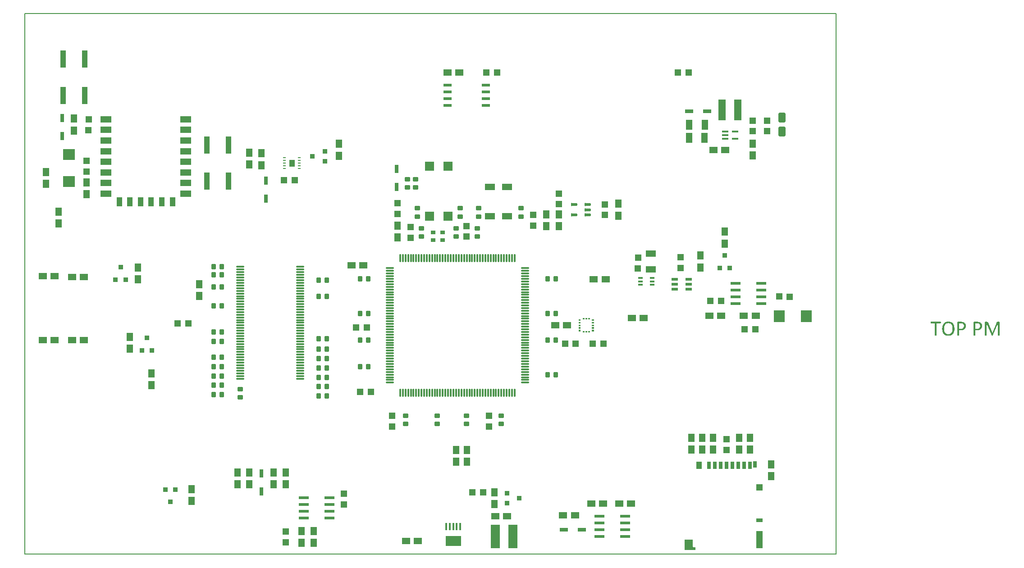
<source format=gtp>
G04*
G04 #@! TF.GenerationSoftware,Altium Limited,Altium Designer,19.0.15 (446)*
G04*
G04 Layer_Color=8421504*
%FSLAX23Y23*%
%MOIN*%
G70*
G01*
G75*
%ADD12C,0.005*%
%ADD18R,0.072X0.047*%
%ADD19R,0.047X0.050*%
%ADD20R,0.039X0.126*%
%ADD21R,0.079X0.047*%
%ADD22R,0.043X0.067*%
%ADD23R,0.090X0.080*%
%ADD24R,0.050X0.060*%
%ADD25R,0.075X0.051*%
%ADD26R,0.063X0.031*%
%ADD27R,0.060X0.050*%
%ADD28R,0.071X0.177*%
%ADD29R,0.031X0.063*%
%ADD30R,0.050X0.047*%
G04:AMPARAMS|DCode=31|XSize=75mil|YSize=22mil|CornerRadius=3mil|HoleSize=0mil|Usage=FLASHONLY|Rotation=0.000|XOffset=0mil|YOffset=0mil|HoleType=Round|Shape=RoundedRectangle|*
%AMROUNDEDRECTD31*
21,1,0.075,0.017,0,0,0.0*
21,1,0.070,0.022,0,0,0.0*
1,1,0.006,0.035,-0.008*
1,1,0.006,-0.035,-0.008*
1,1,0.006,-0.035,0.008*
1,1,0.006,0.035,0.008*
%
%ADD31ROUNDEDRECTD31*%
%ADD32R,0.047X0.072*%
G04:AMPARAMS|DCode=33|XSize=71mil|YSize=52mil|CornerRadius=6mil|HoleSize=0mil|Usage=FLASHONLY|Rotation=90.000|XOffset=0mil|YOffset=0mil|HoleType=Round|Shape=RoundedRectangle|*
%AMROUNDEDRECTD33*
21,1,0.071,0.039,0,0,90.0*
21,1,0.058,0.052,0,0,90.0*
1,1,0.013,0.019,0.029*
1,1,0.013,0.019,-0.029*
1,1,0.013,-0.019,-0.029*
1,1,0.013,-0.019,0.029*
%
%ADD33ROUNDEDRECTD33*%
G04:AMPARAMS|DCode=34|XSize=48mil|YSize=23mil|CornerRadius=6mil|HoleSize=0mil|Usage=FLASHONLY|Rotation=180.000|XOffset=0mil|YOffset=0mil|HoleType=Round|Shape=RoundedRectangle|*
%AMROUNDEDRECTD34*
21,1,0.048,0.012,0,0,180.0*
21,1,0.036,0.023,0,0,180.0*
1,1,0.012,-0.018,0.006*
1,1,0.012,0.018,0.006*
1,1,0.012,0.018,-0.006*
1,1,0.012,-0.018,-0.006*
%
%ADD34ROUNDEDRECTD34*%
G04:AMPARAMS|DCode=35|XSize=59mil|YSize=11mil|CornerRadius=1mil|HoleSize=0mil|Usage=FLASHONLY|Rotation=270.000|XOffset=0mil|YOffset=0mil|HoleType=Round|Shape=RoundedRectangle|*
%AMROUNDEDRECTD35*
21,1,0.059,0.008,0,0,270.0*
21,1,0.056,0.011,0,0,270.0*
1,1,0.003,-0.004,-0.028*
1,1,0.003,-0.004,0.028*
1,1,0.003,0.004,0.028*
1,1,0.003,0.004,-0.028*
%
%ADD35ROUNDEDRECTD35*%
G04:AMPARAMS|DCode=36|XSize=59mil|YSize=11mil|CornerRadius=1mil|HoleSize=0mil|Usage=FLASHONLY|Rotation=0.000|XOffset=0mil|YOffset=0mil|HoleType=Round|Shape=RoundedRectangle|*
%AMROUNDEDRECTD36*
21,1,0.059,0.008,0,0,0.0*
21,1,0.056,0.011,0,0,0.0*
1,1,0.003,0.028,-0.004*
1,1,0.003,-0.028,-0.004*
1,1,0.003,-0.028,0.004*
1,1,0.003,0.028,0.004*
%
%ADD36ROUNDEDRECTD36*%
%ADD37R,0.037X0.016*%
G04:AMPARAMS|DCode=38|XSize=57mil|YSize=11mil|CornerRadius=1mil|HoleSize=0mil|Usage=FLASHONLY|Rotation=0.000|XOffset=0mil|YOffset=0mil|HoleType=Round|Shape=RoundedRectangle|*
%AMROUNDEDRECTD38*
21,1,0.057,0.008,0,0,0.0*
21,1,0.054,0.011,0,0,0.0*
1,1,0.003,0.027,-0.004*
1,1,0.003,-0.027,-0.004*
1,1,0.003,-0.027,0.004*
1,1,0.003,0.027,0.004*
%
%ADD38ROUNDEDRECTD38*%
%ADD39R,0.050X0.022*%
%ADD40R,0.035X0.031*%
G04:AMPARAMS|DCode=41|XSize=37mil|YSize=35mil|CornerRadius=4mil|HoleSize=0mil|Usage=FLASHONLY|Rotation=180.000|XOffset=0mil|YOffset=0mil|HoleType=Round|Shape=RoundedRectangle|*
%AMROUNDEDRECTD41*
21,1,0.037,0.027,0,0,180.0*
21,1,0.029,0.035,0,0,180.0*
1,1,0.008,-0.014,0.014*
1,1,0.008,0.014,0.014*
1,1,0.008,0.014,-0.014*
1,1,0.008,-0.014,-0.014*
%
%ADD41ROUNDEDRECTD41*%
%ADD42R,0.071X0.071*%
G04:AMPARAMS|DCode=43|XSize=37mil|YSize=35mil|CornerRadius=4mil|HoleSize=0mil|Usage=FLASHONLY|Rotation=90.000|XOffset=0mil|YOffset=0mil|HoleType=Round|Shape=RoundedRectangle|*
%AMROUNDEDRECTD43*
21,1,0.037,0.027,0,0,90.0*
21,1,0.029,0.035,0,0,90.0*
1,1,0.008,0.014,0.014*
1,1,0.008,0.014,-0.014*
1,1,0.008,-0.014,-0.014*
1,1,0.008,-0.014,0.014*
%
%ADD43ROUNDEDRECTD43*%
%ADD44R,0.114X0.075*%
%ADD45R,0.016X0.053*%
%ADD46R,0.037X0.035*%
%ADD47R,0.037X0.035*%
%ADD48R,0.035X0.037*%
%ADD49R,0.035X0.037*%
%ADD50R,0.039X0.055*%
%ADD51R,0.028X0.055*%
%ADD52R,0.047X0.126*%
%ADD53R,0.047X0.047*%
%ADD54R,0.047X0.031*%
%ADD55R,0.028X0.047*%
%ADD56R,0.080X0.090*%
G04:AMPARAMS|DCode=57|XSize=47mil|YSize=16mil|CornerRadius=4mil|HoleSize=0mil|Usage=FLASHONLY|Rotation=0.000|XOffset=0mil|YOffset=0mil|HoleType=Round|Shape=RoundedRectangle|*
%AMROUNDEDRECTD57*
21,1,0.047,0.008,0,0,0.0*
21,1,0.039,0.016,0,0,0.0*
1,1,0.008,0.019,-0.004*
1,1,0.008,-0.019,-0.004*
1,1,0.008,-0.019,0.004*
1,1,0.008,0.019,0.004*
%
%ADD57ROUNDEDRECTD57*%
%ADD58R,0.057X0.153*%
G04:AMPARAMS|DCode=59|XSize=63mil|YSize=23mil|CornerRadius=3mil|HoleSize=0mil|Usage=FLASHONLY|Rotation=0.000|XOffset=0mil|YOffset=0mil|HoleType=Round|Shape=RoundedRectangle|*
%AMROUNDEDRECTD59*
21,1,0.063,0.017,0,0,0.0*
21,1,0.058,0.023,0,0,0.0*
1,1,0.006,0.029,-0.009*
1,1,0.006,-0.029,-0.009*
1,1,0.006,-0.029,0.009*
1,1,0.006,0.029,0.009*
%
%ADD59ROUNDEDRECTD59*%
%ADD60R,0.022X0.009*%
G36*
X1996Y2869D02*
X1956D01*
Y2919D01*
X1996D01*
Y2869D01*
D02*
G37*
G36*
X4180Y1737D02*
X4166D01*
Y1748D01*
X4180D01*
Y1737D01*
D02*
G37*
G36*
X4161D02*
X4146D01*
Y1748D01*
X4161D01*
Y1737D01*
D02*
G37*
G36*
X4141D02*
X4127D01*
Y1748D01*
X4141D01*
Y1737D01*
D02*
G37*
G36*
X4209Y1728D02*
X4195D01*
Y1739D01*
X4209D01*
Y1728D01*
D02*
G37*
G36*
X4112D02*
X4098D01*
Y1739D01*
X4112D01*
Y1728D01*
D02*
G37*
G36*
X4209Y1708D02*
X4195D01*
Y1719D01*
X4209D01*
Y1708D01*
D02*
G37*
G36*
X4112D02*
X4098D01*
Y1719D01*
X4112D01*
Y1708D01*
D02*
G37*
G36*
X4209Y1688D02*
X4195D01*
Y1699D01*
X4209D01*
Y1688D01*
D02*
G37*
G36*
X4112D02*
X4098D01*
Y1699D01*
X4112D01*
Y1688D01*
D02*
G37*
G36*
X4209Y1669D02*
X4195D01*
Y1680D01*
X4209D01*
Y1669D01*
D02*
G37*
G36*
X4112D02*
X4098D01*
Y1680D01*
X4112D01*
Y1669D01*
D02*
G37*
G36*
X4209Y1649D02*
X4195D01*
Y1660D01*
X4209D01*
Y1649D01*
D02*
G37*
G36*
X4112D02*
X4098D01*
Y1660D01*
X4112D01*
Y1649D01*
D02*
G37*
G36*
X4180Y1640D02*
X4166D01*
Y1651D01*
X4180D01*
Y1640D01*
D02*
G37*
G36*
X4161D02*
X4146D01*
Y1651D01*
X4161D01*
Y1640D01*
D02*
G37*
G36*
X4141D02*
X4127D01*
Y1651D01*
X4141D01*
Y1640D01*
D02*
G37*
G36*
X4941Y57D02*
X4947Y51D01*
X4961D01*
Y31D01*
X4882D01*
Y106D01*
X4941D01*
Y57D01*
D02*
G37*
G36*
X7207Y1720D02*
X7208Y1720D01*
X7208D01*
X7209Y1719D01*
X7209Y1719D01*
X7210Y1718D01*
X7210Y1718D01*
X7210Y1718D01*
X7211Y1717D01*
X7211Y1716D01*
X7211Y1716D01*
X7211Y1716D01*
X7211Y1715D01*
Y1714D01*
Y1620D01*
Y1620D01*
X7211Y1619D01*
X7211Y1619D01*
X7210Y1618D01*
X7210Y1618D01*
X7210D01*
X7209Y1618D01*
X7209D01*
X7208Y1618D01*
X7208D01*
X7207Y1618D01*
X7206Y1618D01*
X7203D01*
X7202Y1618D01*
X7201Y1618D01*
X7201D01*
X7201Y1618D01*
X7200D01*
X7199Y1618D01*
X7199D01*
X7199Y1618D01*
X7198Y1619D01*
Y1619D01*
Y1619D01*
X7198Y1620D01*
Y1709D01*
X7198D01*
X7162Y1620D01*
X7162Y1619D01*
X7161Y1619D01*
X7161Y1618D01*
X7160Y1618D01*
X7160Y1618D01*
X7160D01*
X7159Y1618D01*
X7159D01*
X7158Y1618D01*
X7157D01*
X7156Y1618D01*
X7153D01*
X7152Y1618D01*
X7152D01*
X7151Y1618D01*
X7150Y1618D01*
X7150D01*
X7150Y1618D01*
X7149Y1619D01*
Y1619D01*
X7149Y1619D01*
X7149Y1620D01*
X7114Y1709D01*
Y1620D01*
Y1620D01*
X7114Y1619D01*
X7113Y1619D01*
X7113Y1618D01*
X7113Y1618D01*
X7112D01*
X7112Y1618D01*
X7111D01*
X7110Y1618D01*
X7110D01*
X7110Y1618D01*
X7108Y1618D01*
X7106D01*
X7105Y1618D01*
X7104Y1618D01*
X7104D01*
X7103Y1618D01*
X7102D01*
X7102Y1618D01*
X7102D01*
X7102Y1618D01*
X7101Y1619D01*
Y1619D01*
Y1619D01*
X7101Y1620D01*
Y1714D01*
Y1714D01*
Y1714D01*
X7101Y1715D01*
Y1716D01*
X7101Y1717D01*
X7102Y1718D01*
X7103Y1719D01*
X7104Y1719D01*
X7105Y1720D01*
X7106Y1720D01*
X7116D01*
X7117Y1720D01*
X7119Y1719D01*
X7119D01*
X7119Y1719D01*
X7120Y1719D01*
X7121Y1718D01*
X7122Y1718D01*
X7123Y1718D01*
X7123Y1717D01*
X7124Y1716D01*
X7125Y1715D01*
X7125Y1715D01*
X7125Y1714D01*
X7126Y1713D01*
X7126Y1712D01*
X7156Y1638D01*
X7156D01*
X7186Y1711D01*
Y1712D01*
X7186Y1712D01*
X7187Y1713D01*
X7188Y1714D01*
X7188Y1715D01*
X7188Y1716D01*
X7189Y1716D01*
X7190Y1717D01*
X7190Y1718D01*
X7191Y1718D01*
X7191Y1718D01*
X7192Y1719D01*
X7193Y1719D01*
X7194Y1720D01*
X7194Y1720D01*
X7195Y1720D01*
X7206D01*
X7207Y1720D01*
D02*
G37*
G36*
X7049D02*
X7051Y1720D01*
X7051D01*
X7052Y1719D01*
X7053Y1719D01*
X7054Y1719D01*
X7055Y1719D01*
X7058Y1718D01*
X7058D01*
X7059Y1718D01*
X7060Y1718D01*
X7061Y1718D01*
X7062Y1717D01*
X7063Y1717D01*
X7066Y1715D01*
X7067Y1715D01*
X7067Y1715D01*
X7068Y1714D01*
X7069Y1713D01*
X7071Y1711D01*
X7074Y1709D01*
X7074Y1709D01*
X7074Y1708D01*
X7075Y1707D01*
X7076Y1706D01*
X7076Y1705D01*
X7077Y1704D01*
X7078Y1700D01*
Y1700D01*
X7079Y1700D01*
X7079Y1699D01*
X7079Y1697D01*
X7080Y1696D01*
X7080Y1694D01*
X7080Y1690D01*
Y1690D01*
Y1689D01*
X7080Y1687D01*
X7080Y1686D01*
X7080Y1683D01*
X7079Y1681D01*
X7078Y1679D01*
X7078Y1676D01*
X7077Y1676D01*
X7077Y1675D01*
X7076Y1674D01*
X7076Y1673D01*
X7075Y1671D01*
X7073Y1669D01*
X7072Y1667D01*
X7070Y1666D01*
X7070Y1665D01*
X7069Y1665D01*
X7068Y1664D01*
X7067Y1663D01*
X7065Y1662D01*
X7063Y1661D01*
X7061Y1660D01*
X7059Y1659D01*
X7058D01*
X7057Y1659D01*
X7056Y1658D01*
X7054Y1658D01*
X7052Y1657D01*
X7049Y1657D01*
X7046Y1657D01*
X7042Y1657D01*
X7031D01*
Y1620D01*
Y1620D01*
X7031Y1619D01*
X7030Y1619D01*
X7030Y1618D01*
X7029Y1618D01*
X7029D01*
X7029Y1618D01*
X7028D01*
X7027Y1618D01*
X7027D01*
X7026Y1618D01*
X7025Y1618D01*
X7023D01*
X7022Y1618D01*
X7021Y1618D01*
X7021D01*
X7020Y1618D01*
X7019Y1618D01*
X7018D01*
X7018Y1618D01*
X7018Y1619D01*
Y1619D01*
Y1619D01*
X7017Y1620D01*
Y1714D01*
Y1714D01*
Y1715D01*
X7018Y1716D01*
X7018Y1717D01*
X7019Y1718D01*
X7019Y1719D01*
X7020Y1719D01*
X7021Y1720D01*
X7023Y1720D01*
X7047D01*
X7049Y1720D01*
D02*
G37*
G36*
X6929D02*
X6931Y1720D01*
X6932D01*
X6932Y1719D01*
X6933Y1719D01*
X6934Y1719D01*
X6935Y1719D01*
X6938Y1718D01*
X6938D01*
X6939Y1718D01*
X6940Y1718D01*
X6941Y1718D01*
X6942Y1717D01*
X6944Y1717D01*
X6947Y1715D01*
X6947Y1715D01*
X6947Y1715D01*
X6948Y1714D01*
X6949Y1713D01*
X6952Y1711D01*
X6954Y1709D01*
X6954Y1709D01*
X6955Y1708D01*
X6955Y1707D01*
X6956Y1706D01*
X6957Y1705D01*
X6957Y1704D01*
X6959Y1700D01*
Y1700D01*
X6959Y1700D01*
X6959Y1699D01*
X6960Y1697D01*
X6960Y1696D01*
X6960Y1694D01*
X6960Y1690D01*
Y1690D01*
Y1689D01*
X6960Y1687D01*
X6960Y1686D01*
X6960Y1683D01*
X6959Y1681D01*
X6959Y1679D01*
X6958Y1676D01*
X6958Y1676D01*
X6957Y1675D01*
X6957Y1674D01*
X6956Y1673D01*
X6955Y1671D01*
X6954Y1669D01*
X6952Y1667D01*
X6951Y1666D01*
X6950Y1665D01*
X6950Y1665D01*
X6949Y1664D01*
X6947Y1663D01*
X6946Y1662D01*
X6944Y1661D01*
X6941Y1660D01*
X6939Y1659D01*
X6938D01*
X6938Y1659D01*
X6936Y1658D01*
X6934Y1658D01*
X6932Y1657D01*
X6929Y1657D01*
X6926Y1657D01*
X6923Y1657D01*
X6911D01*
Y1620D01*
Y1620D01*
X6911Y1619D01*
X6910Y1619D01*
X6910Y1618D01*
X6910Y1618D01*
X6909D01*
X6909Y1618D01*
X6908D01*
X6908Y1618D01*
X6907D01*
X6907Y1618D01*
X6906Y1618D01*
X6903D01*
X6902Y1618D01*
X6901Y1618D01*
X6901D01*
X6900Y1618D01*
X6899Y1618D01*
X6899D01*
X6899Y1618D01*
X6898Y1619D01*
Y1619D01*
Y1619D01*
X6898Y1620D01*
Y1714D01*
Y1714D01*
Y1715D01*
X6898Y1716D01*
X6898Y1717D01*
X6899Y1718D01*
X6900Y1719D01*
X6900Y1719D01*
X6902Y1720D01*
X6903Y1720D01*
X6927D01*
X6929Y1720D01*
D02*
G37*
G36*
X6775Y1720D02*
X6775D01*
X6775Y1719D01*
X6775Y1718D01*
Y1718D01*
X6776Y1718D01*
X6776Y1717D01*
X6776Y1717D01*
Y1716D01*
X6776Y1716D01*
Y1715D01*
Y1714D01*
Y1714D01*
Y1713D01*
Y1712D01*
X6776Y1711D01*
Y1711D01*
X6776Y1711D01*
X6775Y1710D01*
X6775Y1709D01*
X6775Y1709D01*
X6774D01*
X6773Y1708D01*
X6745D01*
Y1620D01*
Y1620D01*
X6744Y1619D01*
X6744Y1619D01*
X6744Y1618D01*
X6743Y1618D01*
X6743D01*
X6743Y1618D01*
X6742D01*
X6741Y1618D01*
X6741D01*
X6740Y1618D01*
X6739Y1618D01*
X6737D01*
X6736Y1618D01*
X6735Y1618D01*
X6735D01*
X6734Y1618D01*
X6733Y1618D01*
X6732D01*
X6732Y1618D01*
X6732Y1619D01*
Y1619D01*
Y1619D01*
X6731Y1620D01*
Y1708D01*
X6702D01*
X6701Y1709D01*
X6701Y1709D01*
X6701Y1710D01*
Y1710D01*
X6700Y1710D01*
Y1711D01*
X6700Y1711D01*
Y1712D01*
Y1712D01*
X6700Y1713D01*
Y1714D01*
Y1714D01*
Y1715D01*
Y1716D01*
X6700Y1717D01*
Y1717D01*
X6700Y1717D01*
X6701Y1718D01*
Y1719D01*
X6701Y1719D01*
X6701Y1720D01*
X6702D01*
X6702Y1720D01*
X6703Y1720D01*
X6774D01*
X6775Y1720D01*
D02*
G37*
G36*
X6836Y1721D02*
X6838Y1721D01*
X6842Y1721D01*
X6845Y1720D01*
X6848Y1719D01*
X6851Y1718D01*
X6852D01*
X6852Y1718D01*
X6853Y1717D01*
X6854Y1716D01*
X6856Y1715D01*
X6859Y1714D01*
X6861Y1712D01*
X6863Y1710D01*
X6865Y1708D01*
X6865Y1708D01*
X6866Y1707D01*
X6867Y1705D01*
X6868Y1704D01*
X6870Y1701D01*
X6871Y1698D01*
X6873Y1695D01*
X6874Y1692D01*
Y1692D01*
X6874Y1692D01*
Y1691D01*
X6874Y1690D01*
X6874Y1689D01*
X6875Y1688D01*
X6875Y1686D01*
X6875Y1682D01*
X6876Y1679D01*
X6876Y1675D01*
X6876Y1670D01*
Y1670D01*
Y1669D01*
Y1669D01*
Y1668D01*
Y1667D01*
X6876Y1666D01*
X6876Y1663D01*
X6876Y1659D01*
X6875Y1655D01*
X6874Y1652D01*
X6873Y1648D01*
Y1648D01*
X6873Y1647D01*
X6873Y1647D01*
X6873Y1646D01*
X6872Y1644D01*
X6871Y1642D01*
X6870Y1639D01*
X6869Y1637D01*
X6867Y1634D01*
X6865Y1631D01*
X6865Y1631D01*
X6864Y1630D01*
X6862Y1629D01*
X6861Y1627D01*
X6859Y1625D01*
X6856Y1624D01*
X6853Y1622D01*
X6850Y1620D01*
X6850D01*
X6850Y1620D01*
X6849Y1620D01*
X6849Y1620D01*
X6847Y1619D01*
X6844Y1618D01*
X6841Y1618D01*
X6838Y1617D01*
X6834Y1617D01*
X6830Y1617D01*
X6828D01*
X6827Y1617D01*
X6826D01*
X6823Y1617D01*
X6820Y1617D01*
X6816Y1618D01*
X6813Y1619D01*
X6810Y1620D01*
X6810Y1620D01*
X6808Y1621D01*
X6807Y1621D01*
X6805Y1622D01*
X6803Y1624D01*
X6801Y1626D01*
X6798Y1628D01*
X6796Y1630D01*
X6796Y1630D01*
X6795Y1631D01*
X6794Y1633D01*
X6793Y1635D01*
X6792Y1637D01*
X6790Y1640D01*
X6789Y1643D01*
X6788Y1646D01*
Y1646D01*
X6788Y1647D01*
Y1647D01*
X6787Y1648D01*
X6787Y1649D01*
X6787Y1650D01*
X6787Y1653D01*
X6786Y1656D01*
X6786Y1660D01*
X6785Y1664D01*
X6785Y1668D01*
Y1669D01*
Y1669D01*
Y1669D01*
Y1670D01*
Y1671D01*
X6785Y1673D01*
X6786Y1676D01*
X6786Y1679D01*
X6786Y1683D01*
X6787Y1686D01*
X6788Y1690D01*
Y1690D01*
X6788Y1691D01*
X6788Y1691D01*
X6789Y1692D01*
X6789Y1694D01*
X6790Y1696D01*
X6791Y1699D01*
X6793Y1701D01*
X6795Y1704D01*
X6797Y1707D01*
X6797Y1707D01*
X6798Y1708D01*
X6799Y1709D01*
X6801Y1711D01*
X6803Y1712D01*
X6805Y1714D01*
X6808Y1716D01*
X6811Y1718D01*
X6812D01*
X6812Y1718D01*
X6812Y1718D01*
X6813Y1718D01*
X6815Y1719D01*
X6817Y1720D01*
X6820Y1720D01*
X6824Y1721D01*
X6828Y1721D01*
X6832Y1721D01*
X6834D01*
X6836Y1721D01*
D02*
G37*
%LPC*%
G36*
X7043Y1709D02*
X7031D01*
Y1668D01*
X7045D01*
X7047Y1668D01*
X7048Y1668D01*
X7050Y1668D01*
X7052Y1669D01*
X7053Y1669D01*
X7053D01*
X7054Y1670D01*
X7055Y1670D01*
X7056Y1670D01*
X7058Y1672D01*
X7060Y1674D01*
X7060Y1674D01*
X7061Y1674D01*
X7061Y1675D01*
X7062Y1676D01*
X7063Y1678D01*
X7064Y1680D01*
Y1681D01*
X7065Y1681D01*
X7065Y1682D01*
X7065Y1683D01*
X7065Y1684D01*
X7066Y1686D01*
X7066Y1689D01*
Y1689D01*
Y1690D01*
X7066Y1691D01*
X7065Y1693D01*
X7065Y1694D01*
X7065Y1696D01*
X7064Y1698D01*
X7063Y1699D01*
X7063Y1700D01*
X7063Y1700D01*
X7063Y1701D01*
X7062Y1702D01*
X7060Y1704D01*
X7059Y1705D01*
X7058Y1706D01*
X7057Y1706D01*
X7057Y1706D01*
X7056Y1706D01*
X7055Y1707D01*
X7053Y1708D01*
X7051Y1708D01*
X7050D01*
X7050Y1708D01*
X7049D01*
X7048Y1708D01*
X7046Y1709D01*
X7043Y1709D01*
D02*
G37*
G36*
X6924D02*
X6911D01*
Y1668D01*
X6926D01*
X6927Y1668D01*
X6929Y1668D01*
X6930Y1668D01*
X6932Y1669D01*
X6934Y1669D01*
X6934D01*
X6934Y1670D01*
X6935Y1670D01*
X6936Y1670D01*
X6938Y1672D01*
X6940Y1674D01*
X6941Y1674D01*
X6941Y1674D01*
X6941Y1675D01*
X6942Y1676D01*
X6943Y1678D01*
X6945Y1680D01*
Y1681D01*
X6945Y1681D01*
X6945Y1682D01*
X6945Y1683D01*
X6946Y1684D01*
X6946Y1686D01*
X6946Y1689D01*
Y1689D01*
Y1690D01*
X6946Y1691D01*
X6946Y1693D01*
X6946Y1694D01*
X6945Y1696D01*
X6945Y1698D01*
X6944Y1699D01*
X6944Y1700D01*
X6943Y1700D01*
X6943Y1701D01*
X6942Y1702D01*
X6940Y1704D01*
X6939Y1705D01*
X6938Y1706D01*
X6938Y1706D01*
X6937Y1706D01*
X6937Y1706D01*
X6936Y1707D01*
X6934Y1708D01*
X6931Y1708D01*
X6931D01*
X6930Y1708D01*
X6930D01*
X6929Y1708D01*
X6926Y1709D01*
X6924Y1709D01*
D02*
G37*
G36*
X6831Y1710D02*
X6830D01*
X6828Y1710D01*
X6826Y1709D01*
X6824Y1709D01*
X6821Y1708D01*
X6819Y1707D01*
X6816Y1706D01*
X6816Y1706D01*
X6815Y1706D01*
X6814Y1705D01*
X6813Y1704D01*
X6811Y1703D01*
X6810Y1701D01*
X6808Y1700D01*
X6806Y1698D01*
X6806Y1697D01*
X6806Y1697D01*
X6805Y1695D01*
X6804Y1694D01*
X6803Y1692D01*
X6803Y1690D01*
X6802Y1687D01*
X6801Y1685D01*
Y1684D01*
X6801Y1683D01*
X6801Y1682D01*
X6800Y1680D01*
X6800Y1678D01*
X6800Y1675D01*
X6800Y1672D01*
Y1669D01*
Y1669D01*
Y1669D01*
Y1668D01*
Y1666D01*
X6800Y1664D01*
X6800Y1661D01*
X6800Y1659D01*
X6801Y1653D01*
Y1652D01*
X6801Y1651D01*
X6802Y1650D01*
X6802Y1648D01*
X6803Y1646D01*
X6804Y1644D01*
X6805Y1642D01*
X6806Y1640D01*
X6806Y1640D01*
X6807Y1639D01*
X6807Y1638D01*
X6809Y1637D01*
X6810Y1635D01*
X6812Y1634D01*
X6814Y1633D01*
X6816Y1631D01*
X6816Y1631D01*
X6817Y1631D01*
X6818Y1630D01*
X6820Y1630D01*
X6822Y1629D01*
X6824Y1629D01*
X6827Y1628D01*
X6830Y1628D01*
X6832D01*
X6834Y1628D01*
X6836Y1629D01*
X6838Y1629D01*
X6840Y1630D01*
X6843Y1630D01*
X6845Y1632D01*
X6846Y1632D01*
X6846Y1632D01*
X6847Y1633D01*
X6849Y1634D01*
X6850Y1635D01*
X6852Y1637D01*
X6854Y1638D01*
X6855Y1640D01*
X6855Y1641D01*
X6856Y1641D01*
X6856Y1643D01*
X6857Y1644D01*
X6858Y1646D01*
X6859Y1648D01*
X6860Y1651D01*
X6860Y1653D01*
Y1654D01*
X6861Y1655D01*
X6861Y1656D01*
X6861Y1658D01*
X6861Y1661D01*
X6862Y1663D01*
X6862Y1666D01*
Y1669D01*
Y1669D01*
Y1669D01*
Y1671D01*
Y1672D01*
X6862Y1674D01*
X6862Y1677D01*
X6861Y1680D01*
X6860Y1685D01*
Y1686D01*
X6860Y1686D01*
X6860Y1688D01*
X6859Y1690D01*
X6859Y1692D01*
X6858Y1694D01*
X6857Y1696D01*
X6855Y1698D01*
X6855Y1698D01*
X6855Y1699D01*
X6854Y1700D01*
X6853Y1701D01*
X6851Y1703D01*
X6850Y1704D01*
X6848Y1705D01*
X6846Y1707D01*
X6846Y1707D01*
X6845Y1707D01*
X6843Y1708D01*
X6842Y1708D01*
X6840Y1709D01*
X6837Y1709D01*
X6834Y1710D01*
X6831Y1710D01*
D02*
G37*
%LPD*%
D12*
X0Y0D02*
Y4000D01*
X6000D01*
Y0D02*
Y4000D01*
X0Y0D02*
X6000D01*
D18*
X4629Y2223D02*
D03*
Y2108D02*
D03*
D19*
X5404Y1665D02*
D03*
X5324Y1665D02*
D03*
X3311Y457D02*
D03*
X3390Y457D02*
D03*
X4282Y1559D02*
D03*
X4202Y1559D02*
D03*
X3996Y1559D02*
D03*
X4075Y1559D02*
D03*
X2480Y1201D02*
D03*
X2559Y1201D02*
D03*
X2530Y1679D02*
D03*
X2450Y1679D02*
D03*
X5071Y1874D02*
D03*
X5150Y1874D02*
D03*
X5658Y1905D02*
D03*
X5579Y1906D02*
D03*
X1132Y1708D02*
D03*
X1211Y1708D02*
D03*
X4910Y3563D02*
D03*
X4830Y3563D02*
D03*
X3494Y3563D02*
D03*
X3415Y3563D02*
D03*
X1996Y2766D02*
D03*
X1917Y2766D02*
D03*
D20*
X1506Y3028D02*
D03*
X1348D02*
D03*
X1506Y2760D02*
D03*
X1348D02*
D03*
X443Y3663D02*
D03*
X285D02*
D03*
X443Y3395D02*
D03*
X285D02*
D03*
D21*
X600Y3219D02*
D03*
Y3140D02*
D03*
Y3061D02*
D03*
Y2982D02*
D03*
Y2904D02*
D03*
Y2825D02*
D03*
Y2746D02*
D03*
Y2667D02*
D03*
X1191D02*
D03*
Y2746D02*
D03*
Y2825D02*
D03*
Y2904D02*
D03*
Y2982D02*
D03*
Y3061D02*
D03*
Y3140D02*
D03*
Y3219D02*
D03*
D22*
X699Y2608D02*
D03*
X778D02*
D03*
X856D02*
D03*
X935D02*
D03*
X1014D02*
D03*
X1093D02*
D03*
D23*
X327Y2956D02*
D03*
Y2756D02*
D03*
D24*
X458Y2663D02*
D03*
Y2750D02*
D03*
X1659Y2971D02*
D03*
Y2883D02*
D03*
X1929Y517D02*
D03*
Y605D02*
D03*
X1841D02*
D03*
Y517D02*
D03*
X1659D02*
D03*
Y605D02*
D03*
X1575D02*
D03*
Y517D02*
D03*
X2047Y84D02*
D03*
Y172D02*
D03*
X2138D02*
D03*
Y84D02*
D03*
X3474Y370D02*
D03*
Y457D02*
D03*
X5384Y2951D02*
D03*
Y3039D02*
D03*
X251Y2446D02*
D03*
Y2534D02*
D03*
X157Y2829D02*
D03*
Y2742D02*
D03*
X3858Y2514D02*
D03*
Y2427D02*
D03*
X3949D02*
D03*
Y2514D02*
D03*
X4390Y2505D02*
D03*
Y2593D02*
D03*
X5089Y773D02*
D03*
Y861D02*
D03*
X5012Y773D02*
D03*
Y861D02*
D03*
X5285Y773D02*
D03*
Y861D02*
D03*
X5364Y773D02*
D03*
Y861D02*
D03*
X4931Y773D02*
D03*
Y861D02*
D03*
X3269Y685D02*
D03*
Y772D02*
D03*
X3190D02*
D03*
Y685D02*
D03*
X2756Y2431D02*
D03*
Y2343D02*
D03*
X1233Y480D02*
D03*
Y393D02*
D03*
X5522Y664D02*
D03*
Y576D02*
D03*
X4998Y2122D02*
D03*
Y2210D02*
D03*
X5177Y2299D02*
D03*
Y2386D02*
D03*
X778Y1609D02*
D03*
Y1521D02*
D03*
X837Y2121D02*
D03*
Y2033D02*
D03*
X1289Y1911D02*
D03*
Y1999D02*
D03*
X2323Y3036D02*
D03*
Y2948D02*
D03*
X1752Y2967D02*
D03*
Y2879D02*
D03*
X364Y3135D02*
D03*
Y3223D02*
D03*
X937Y1251D02*
D03*
Y1339D02*
D03*
D25*
X3442Y2500D02*
D03*
Y2717D02*
D03*
X3568D02*
D03*
Y2500D02*
D03*
D26*
X4122Y181D02*
D03*
X3988D02*
D03*
X5047Y3278D02*
D03*
X4913D02*
D03*
D27*
X3982Y289D02*
D03*
X4069D02*
D03*
X3567Y281D02*
D03*
X3479D02*
D03*
X4578Y1748D02*
D03*
X4490D02*
D03*
X4296Y2033D02*
D03*
X4208D02*
D03*
X3126Y3563D02*
D03*
X3213D02*
D03*
X4012Y1693D02*
D03*
X3925D02*
D03*
X2417Y2136D02*
D03*
X2504D02*
D03*
X2820Y98D02*
D03*
X2908D02*
D03*
X4189Y374D02*
D03*
X4276D02*
D03*
X4396D02*
D03*
X4484D02*
D03*
X5063Y1764D02*
D03*
X5151D02*
D03*
X5318D02*
D03*
X5406D02*
D03*
X350Y1585D02*
D03*
X437D02*
D03*
X133Y1585D02*
D03*
X221D02*
D03*
X133Y2057D02*
D03*
X221D02*
D03*
X350Y2051D02*
D03*
X437D02*
D03*
X5094Y2992D02*
D03*
X5182D02*
D03*
D28*
X3610Y131D02*
D03*
X3480D02*
D03*
D29*
X1752Y465D02*
D03*
Y598D02*
D03*
X2752Y2717D02*
D03*
Y2850D02*
D03*
X276Y3093D02*
D03*
Y3226D02*
D03*
X1783Y2764D02*
D03*
Y2630D02*
D03*
D30*
X1929Y88D02*
D03*
X1929Y167D02*
D03*
X2362Y448D02*
D03*
X2362Y369D02*
D03*
X5384Y3209D02*
D03*
X5384Y3130D02*
D03*
X5492Y3209D02*
D03*
X5492Y3130D02*
D03*
X3949Y2590D02*
D03*
X3949Y2669D02*
D03*
X3760Y2510D02*
D03*
X3760Y2431D02*
D03*
X4291Y2589D02*
D03*
X4291Y2510D02*
D03*
X2756Y2599D02*
D03*
X2756Y2519D02*
D03*
X3268Y2350D02*
D03*
X3268Y2429D02*
D03*
X2854Y2422D02*
D03*
X2854Y2342D02*
D03*
X3435Y945D02*
D03*
X3435Y1024D02*
D03*
X2717Y1024D02*
D03*
X2716Y945D02*
D03*
X5189Y851D02*
D03*
X5189Y771D02*
D03*
X4852Y2199D02*
D03*
X4852Y2119D02*
D03*
X4536Y2193D02*
D03*
X4535Y2114D02*
D03*
X472Y3139D02*
D03*
X473Y3219D02*
D03*
X458Y2910D02*
D03*
X458Y2830D02*
D03*
D31*
X2063Y369D02*
D03*
Y419D02*
D03*
Y319D02*
D03*
Y269D02*
D03*
X2253Y319D02*
D03*
Y419D02*
D03*
Y369D02*
D03*
Y269D02*
D03*
X4250Y281D02*
D03*
Y181D02*
D03*
Y131D02*
D03*
Y231D02*
D03*
X4440Y281D02*
D03*
Y231D02*
D03*
Y131D02*
D03*
Y181D02*
D03*
X5447Y1855D02*
D03*
Y1955D02*
D03*
Y2005D02*
D03*
Y1905D02*
D03*
X5257Y1855D02*
D03*
Y1905D02*
D03*
Y2005D02*
D03*
Y1955D02*
D03*
D32*
X4913Y3081D02*
D03*
X5028D02*
D03*
X4915Y3179D02*
D03*
X5030D02*
D03*
D33*
X5600Y3128D02*
D03*
Y3230D02*
D03*
D34*
X4164Y2512D02*
D03*
Y2549D02*
D03*
Y2587D02*
D03*
X4065D02*
D03*
Y2512D02*
D03*
D35*
X3623Y1194D02*
D03*
X3604D02*
D03*
X3584D02*
D03*
X3564D02*
D03*
X3544D02*
D03*
X3525D02*
D03*
X3505D02*
D03*
X3485D02*
D03*
X3466D02*
D03*
X3446D02*
D03*
X3426D02*
D03*
X3407D02*
D03*
X3387D02*
D03*
X3367D02*
D03*
X3348D02*
D03*
X3328D02*
D03*
X3308D02*
D03*
X3289D02*
D03*
X3269D02*
D03*
X3249D02*
D03*
X3230D02*
D03*
X3210D02*
D03*
X3190D02*
D03*
X3170D02*
D03*
X3151D02*
D03*
X3131D02*
D03*
X3111D02*
D03*
X3092D02*
D03*
X3072D02*
D03*
X3052D02*
D03*
X3033D02*
D03*
X3013D02*
D03*
X2993D02*
D03*
X2974D02*
D03*
X2954D02*
D03*
X2934D02*
D03*
X2915D02*
D03*
X2895D02*
D03*
X2875D02*
D03*
X2856D02*
D03*
X2836D02*
D03*
X2816D02*
D03*
X2796D02*
D03*
X2777D02*
D03*
Y2192D02*
D03*
X2796D02*
D03*
X2816D02*
D03*
X2836D02*
D03*
X2856D02*
D03*
X2875D02*
D03*
X2895D02*
D03*
X2915D02*
D03*
X2934D02*
D03*
X2954D02*
D03*
X2974D02*
D03*
X2993D02*
D03*
X3013D02*
D03*
X3033D02*
D03*
X3052D02*
D03*
X3072D02*
D03*
X3092D02*
D03*
X3111D02*
D03*
X3131D02*
D03*
X3151D02*
D03*
X3170D02*
D03*
X3190D02*
D03*
X3210D02*
D03*
X3230D02*
D03*
X3249D02*
D03*
X3269D02*
D03*
X3289D02*
D03*
X3308D02*
D03*
X3328D02*
D03*
X3348D02*
D03*
X3367D02*
D03*
X3387D02*
D03*
X3407D02*
D03*
X3426D02*
D03*
X3446D02*
D03*
X3466D02*
D03*
X3485D02*
D03*
X3505D02*
D03*
X3525D02*
D03*
X3544D02*
D03*
X3564D02*
D03*
X3584D02*
D03*
X3604D02*
D03*
X3623D02*
D03*
D36*
X3699Y2117D02*
D03*
Y2097D02*
D03*
Y2077D02*
D03*
Y2057D02*
D03*
Y2038D02*
D03*
Y2018D02*
D03*
Y1998D02*
D03*
Y1979D02*
D03*
Y1959D02*
D03*
Y1939D02*
D03*
Y1920D02*
D03*
Y1900D02*
D03*
Y1880D02*
D03*
Y1861D02*
D03*
Y1841D02*
D03*
Y1821D02*
D03*
Y1802D02*
D03*
Y1782D02*
D03*
Y1762D02*
D03*
Y1743D02*
D03*
Y1723D02*
D03*
Y1703D02*
D03*
Y1683D02*
D03*
Y1664D02*
D03*
Y1644D02*
D03*
Y1624D02*
D03*
Y1605D02*
D03*
Y1585D02*
D03*
Y1565D02*
D03*
Y1546D02*
D03*
Y1526D02*
D03*
Y1506D02*
D03*
Y1487D02*
D03*
Y1467D02*
D03*
Y1447D02*
D03*
Y1428D02*
D03*
Y1408D02*
D03*
Y1388D02*
D03*
Y1369D02*
D03*
Y1349D02*
D03*
Y1329D02*
D03*
Y1309D02*
D03*
Y1290D02*
D03*
Y1270D02*
D03*
X2701D02*
D03*
Y1290D02*
D03*
Y1309D02*
D03*
Y1329D02*
D03*
Y1349D02*
D03*
Y1369D02*
D03*
Y1388D02*
D03*
Y1408D02*
D03*
Y1428D02*
D03*
Y1447D02*
D03*
Y1467D02*
D03*
Y1487D02*
D03*
Y1506D02*
D03*
Y1526D02*
D03*
Y1546D02*
D03*
Y1565D02*
D03*
Y1585D02*
D03*
Y1605D02*
D03*
Y1624D02*
D03*
Y1644D02*
D03*
Y1664D02*
D03*
Y1683D02*
D03*
Y1703D02*
D03*
Y1723D02*
D03*
Y1743D02*
D03*
Y1762D02*
D03*
Y1782D02*
D03*
Y1802D02*
D03*
Y1821D02*
D03*
Y1841D02*
D03*
Y1861D02*
D03*
Y1880D02*
D03*
Y1900D02*
D03*
Y1920D02*
D03*
Y1939D02*
D03*
Y1959D02*
D03*
Y1979D02*
D03*
Y1998D02*
D03*
Y2018D02*
D03*
Y2038D02*
D03*
Y2057D02*
D03*
Y2077D02*
D03*
Y2097D02*
D03*
Y2117D02*
D03*
D37*
X4553Y1993D02*
D03*
Y2018D02*
D03*
Y2044D02*
D03*
X4640D02*
D03*
Y1993D02*
D03*
Y2018D02*
D03*
D38*
X1595Y1358D02*
D03*
Y1398D02*
D03*
Y1378D02*
D03*
Y1299D02*
D03*
Y1339D02*
D03*
Y1319D02*
D03*
Y1634D02*
D03*
Y1476D02*
D03*
Y1417D02*
D03*
Y1457D02*
D03*
Y1437D02*
D03*
Y1516D02*
D03*
Y1496D02*
D03*
Y1535D02*
D03*
Y1575D02*
D03*
Y1555D02*
D03*
Y1594D02*
D03*
Y1654D02*
D03*
Y1614D02*
D03*
Y1693D02*
D03*
Y1673D02*
D03*
Y1791D02*
D03*
Y1831D02*
D03*
Y1811D02*
D03*
Y1713D02*
D03*
Y1752D02*
D03*
Y1732D02*
D03*
Y1909D02*
D03*
Y1850D02*
D03*
Y1890D02*
D03*
Y1870D02*
D03*
Y1969D02*
D03*
Y2008D02*
D03*
Y1988D02*
D03*
Y1772D02*
D03*
Y1949D02*
D03*
Y1929D02*
D03*
Y2106D02*
D03*
Y2126D02*
D03*
Y2047D02*
D03*
Y2028D02*
D03*
Y2087D02*
D03*
Y2067D02*
D03*
X2037Y1299D02*
D03*
Y1319D02*
D03*
Y1358D02*
D03*
Y1339D02*
D03*
Y1398D02*
D03*
Y1378D02*
D03*
Y1437D02*
D03*
Y1417D02*
D03*
Y1516D02*
D03*
Y1555D02*
D03*
Y1535D02*
D03*
Y1457D02*
D03*
Y1496D02*
D03*
Y1476D02*
D03*
Y1575D02*
D03*
Y1614D02*
D03*
Y1594D02*
D03*
Y1634D02*
D03*
Y1673D02*
D03*
Y1654D02*
D03*
Y2008D02*
D03*
Y2047D02*
D03*
Y2028D02*
D03*
Y1949D02*
D03*
Y1988D02*
D03*
Y1969D02*
D03*
Y2126D02*
D03*
Y2067D02*
D03*
Y2106D02*
D03*
Y2087D02*
D03*
Y1752D02*
D03*
Y1791D02*
D03*
Y1772D02*
D03*
Y1693D02*
D03*
Y1732D02*
D03*
Y1713D02*
D03*
Y1890D02*
D03*
Y1929D02*
D03*
Y1909D02*
D03*
Y1831D02*
D03*
Y1811D02*
D03*
Y1870D02*
D03*
Y1850D02*
D03*
D39*
X4807Y2035D02*
D03*
Y1998D02*
D03*
Y1961D02*
D03*
X4909D02*
D03*
Y1998D02*
D03*
Y2035D02*
D03*
D40*
X3019Y2324D02*
D03*
Y2381D02*
D03*
X3092Y2324D02*
D03*
Y2381D02*
D03*
D41*
X3346Y2352D02*
D03*
Y2412D02*
D03*
X3191Y2351D02*
D03*
Y2411D02*
D03*
X2933Y2352D02*
D03*
Y2412D02*
D03*
X2830Y2714D02*
D03*
Y2774D02*
D03*
X2889Y2714D02*
D03*
Y2774D02*
D03*
X2904Y2499D02*
D03*
Y2560D02*
D03*
X3219Y2499D02*
D03*
Y2560D02*
D03*
X3356Y2499D02*
D03*
Y2560D02*
D03*
X3671Y2499D02*
D03*
Y2560D02*
D03*
X3524Y1024D02*
D03*
Y964D02*
D03*
X3268Y1024D02*
D03*
Y964D02*
D03*
X3051Y1024D02*
D03*
Y964D02*
D03*
X2816Y1024D02*
D03*
Y964D02*
D03*
X1595Y1221D02*
D03*
Y1161D02*
D03*
D42*
X3131Y2870D02*
D03*
Y2500D02*
D03*
X2993Y2870D02*
D03*
Y2500D02*
D03*
D43*
X3867Y2038D02*
D03*
X3928D02*
D03*
X3867Y1781D02*
D03*
X3928D02*
D03*
X3867Y1585D02*
D03*
X3928D02*
D03*
X3867Y1329D02*
D03*
X3928D02*
D03*
X2540Y1585D02*
D03*
X2480D02*
D03*
X2540Y1388D02*
D03*
X2480D02*
D03*
X2540Y1782D02*
D03*
X2480D02*
D03*
X2540Y2038D02*
D03*
X2480D02*
D03*
X2174Y1171D02*
D03*
X2235D02*
D03*
X2174Y1594D02*
D03*
X2235D02*
D03*
X2174Y1516D02*
D03*
X2235D02*
D03*
X2174Y1447D02*
D03*
X2235D02*
D03*
X2174Y1378D02*
D03*
X2235D02*
D03*
X2174Y1309D02*
D03*
X2235D02*
D03*
X2174Y1240D02*
D03*
X2235D02*
D03*
X2174Y1909D02*
D03*
X2235D02*
D03*
X2174Y2028D02*
D03*
X2235D02*
D03*
X1457Y2126D02*
D03*
X1397D02*
D03*
X1457Y1978D02*
D03*
X1397D02*
D03*
X1457Y1839D02*
D03*
X1397D02*
D03*
X1457Y1644D02*
D03*
X1397D02*
D03*
X1457Y1575D02*
D03*
X1397D02*
D03*
X1457Y1457D02*
D03*
X1397D02*
D03*
X1457Y1388D02*
D03*
X1397D02*
D03*
X1457Y1319D02*
D03*
X1397D02*
D03*
X1457Y1250D02*
D03*
X1397D02*
D03*
X1457Y1181D02*
D03*
X1397D02*
D03*
Y2067D02*
D03*
X1457D02*
D03*
D44*
X3169Y97D02*
D03*
D45*
X3144Y203D02*
D03*
X3118D02*
D03*
X3195D02*
D03*
X3169D02*
D03*
X3220D02*
D03*
D46*
X3658Y413D02*
D03*
X3566Y451D02*
D03*
X2128Y2945D02*
D03*
X2221Y2907D02*
D03*
D47*
X3566Y376D02*
D03*
X2221Y2982D02*
D03*
D48*
X1076Y387D02*
D03*
X1113Y479D02*
D03*
X5177Y2212D02*
D03*
X5140Y2119D02*
D03*
X904Y1601D02*
D03*
X867Y1509D02*
D03*
X709Y2123D02*
D03*
X671Y2031D02*
D03*
D49*
X1039Y479D02*
D03*
X5215Y2119D02*
D03*
X941Y1509D02*
D03*
X746Y2031D02*
D03*
D50*
X4986Y659D02*
D03*
D51*
X5278D02*
D03*
X5061D02*
D03*
X5104D02*
D03*
X5321D02*
D03*
X5234D02*
D03*
X5364D02*
D03*
X5148D02*
D03*
X5191D02*
D03*
D52*
X5435Y108D02*
D03*
D53*
Y494D02*
D03*
D54*
Y250D02*
D03*
D55*
X5402Y663D02*
D03*
D56*
X5581Y1762D02*
D03*
X5781D02*
D03*
D57*
X5254Y3075D02*
D03*
Y3126D02*
D03*
X5179D02*
D03*
Y3100D02*
D03*
Y3075D02*
D03*
D58*
X5275Y3287D02*
D03*
X5158D02*
D03*
D59*
X3410Y3371D02*
D03*
Y3421D02*
D03*
Y3321D02*
D03*
Y3471D02*
D03*
X3126D02*
D03*
Y3421D02*
D03*
Y3371D02*
D03*
Y3321D02*
D03*
D60*
X1920Y2854D02*
D03*
Y2894D02*
D03*
Y2874D02*
D03*
Y2913D02*
D03*
Y2933D02*
D03*
X2032Y2854D02*
D03*
Y2874D02*
D03*
Y2933D02*
D03*
Y2913D02*
D03*
Y2894D02*
D03*
M02*

</source>
